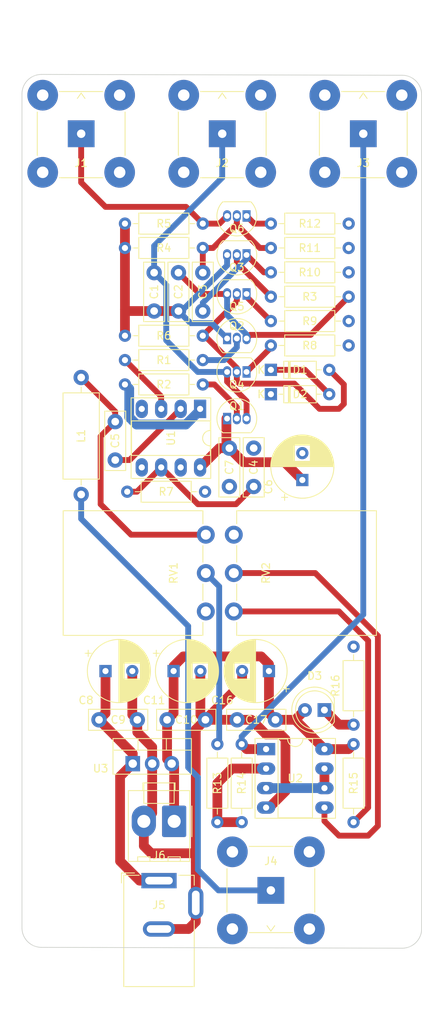
<source format=kicad_pcb>
(kicad_pcb (version 20211014) (generator pcbnew)
  (title_block (title "Enter Title On Page Setting Dialog") (rev "1") (company "Ashton Johnson"))
  (layers (0 "F.Cu" signal) (31 "B.Cu" signal) (35 "F.Paste" user) (37 "F.SilkS" user "F.Silkscreen") (39 "F.Mask" user) (44 "Edge.Cuts" user))
  (net 0 "")
  (net 1 "Y")
  (net 2 "+9V")
  (net 3 "Net-(C2-Pad1)")
  (net 4 "Net-(C3-Pad1)")
  (net 5 "Net-(C3-Pad2)")
  (net 6 "GND")
  (net 7 "Net-(C4-Pad2)")
  (net 8 "Net-(C5-Pad1)")
  (net 9 "COMP_VIDEO_IN")
  (net 10 "Net-(D1-Pad1)")
  (net 11 "Net-(D1-Pad2)")
  (net 12 "X")
  (net 13 "Z")
  (net 14 "Net-(Q1-Pad2)")
  (net 15 "Net-(Q2-Pad2)")
  (net 16 "Net-(Q3-Pad2)")
  (net 17 "Net-(Q4-Pad1)")
  (net 18 "Net-(Q5-Pad1)")
  (net 19 "Net-(Q6-Pad1)")
  (net 20 "Net-(R1-Pad2)")
  (net 21 "Net-(R2-Pad1)")
  (net 22 "Net-(R13-Pad1)")
  (net 23 "Net-(R13-Pad2)")
  (net 24 "Net-(R15-Pad2)")
  (net 25 "Net-(RV2-Pad2)")
  (net 28 "Net-(U2-Pad3)")
  (net 29 "Net-(D3-Pad1)")
  (net 30 "Net-(C5-Pad2)")
  (net 31 "+VDC")
  (footprint "Package_TO_SOT_THT:TO-92_Inline" (layer "F.Cu") (at 127.46 99.365)
    (fp_text reference "Q2" (at 1.27 -1.63) (layer "F.SilkS"))
    (fp_text value "2N3906")
    (pad "1" thru_hole rect (at 0 0) (size 1.05 1.5) (drill 0.75) (layers *.Cu *.Mask) (net 2 "+9V"))
    (pad "2" thru_hole oval (at 1.27 0) (size 1.05 1.5) (drill 0.75) (layers *.Cu *.Mask) (net 15 "Net-(Q2-Pad2)"))
    (pad "3" thru_hole oval (at 2.54 0) (size 1.05 1.5) (drill 0.75) (layers *.Cu *.Mask) (net 3 "Net-(C2-Pad1)"))
  )
  (footprint "Resistor_THT:R_Axial_DIN0207_L6.3mm_D2.5mm_P10.16mm_Horizontal" (layer "F.Cu") (at 114.125 84.4)
    (fp_text reference "R5" (at 5.08 0) (layer "F.SilkS"))
    (fp_text value "2.2k")
    (pad "1" thru_hole circle (at 0 0) (size 1.6 1.6) (drill 0.8) (layers *.Cu *.Mask) (net 2 "+9V"))
    (pad "2" thru_hole oval (at 10.16 0) (size 1.6 1.6) (drill 0.8) (layers *.Cu *.Mask) (net 12 "X"))
  )
  (footprint "Capacitor_THT:CP_Radial_D8.0mm_P3.50mm" (layer "F.Cu") (at 137.2825 117.802651 90)
    (fp_text reference "C6" (at -0.887349 -4.445 90) (layer "F.SilkS"))
    (fp_text value "10u")
    (pad "1" thru_hole rect (at 0 0 90) (size 1.6 1.6) (drill 0.8) (layers *.Cu *.Mask) (net 2 "+9V"))
    (pad "2" thru_hole circle (at 3.5 0 90) (size 1.6 1.6) (drill 0.8) (layers *.Cu *.Mask) (net 6 "GND"))
  )
  (footprint "Diode_THT:D_DO-35_SOD27_P7.62mm_Horizontal" (layer "F.Cu") (at 133.175 103.45)
    (fp_text reference "D1" (at 3.81 0) (layer "F.SilkS"))
    (fp_text value "1N4148")
    (fp_text user "K" (at -1.27 0) (layer "F.SilkS"))
    (pad "1" thru_hole rect (at 0 0) (size 1.6 1.6) (drill 0.8) (layers *.Cu *.Mask) (net 10 "Net-(D1-Pad1)"))
    (pad "2" thru_hole oval (at 7.62 0) (size 1.6 1.6) (drill 0.8) (layers *.Cu *.Mask) (net 11 "Net-(D1-Pad2)"))
  )
  (footprint "Diode_THT:D_DO-35_SOD27_P7.62mm_Horizontal" (layer "F.Cu") (at 133.175 106.625)
    (fp_text reference "D2" (at 3.81 0) (layer "F.SilkS"))
    (fp_text value "1N4148")
    (fp_text user "K" (at -1.27 0) (layer "F.SilkS"))
    (pad "1" thru_hole rect (at 0 0) (size 1.6 1.6) (drill 0.8) (layers *.Cu *.Mask) (net 6 "GND"))
    (pad "2" thru_hole oval (at 7.62 0) (size 1.6 1.6) (drill 0.8) (layers *.Cu *.Mask) (net 10 "Net-(D1-Pad1)"))
  )
  (footprint "Capacitor_THT:C_Disc_D7.5mm_W2.5mm_P5.00mm" (layer "F.Cu") (at 119.627651 149.04)
    (fp_text reference "C10" (at 2.5 0) (layer "F.SilkS"))
    (fp_text value "0.1u")
    (pad "1" thru_hole circle (at 0 0) (size 2 2) (drill 1) (layers *.Cu *.Mask) (net 2 "+9V"))
    (pad "2" thru_hole circle (at 5 0) (size 2 2) (drill 1) (layers *.Cu *.Mask) (net 6 "GND"))
  )
  (footprint "Package_TO_SOT_THT:TO-92_Inline" (layer "F.Cu") (at 130 93.565 180)
    (fp_text reference "Q5" (at 1.27 -1.63) (layer "F.SilkS"))
    (fp_text value "2N3904")
    (pad "1" thru_hole rect (at 0 0 180) (size 1.05 1.5) (drill 0.75) (layers *.Cu *.Mask) (net 18 "Net-(Q5-Pad1)"))
    (pad "2" thru_hole oval (at 1.27 0 180) (size 1.05 1.5) (drill 0.75) (layers *.Cu *.Mask) (net 11 "Net-(D1-Pad2)"))
    (pad "3" thru_hole oval (at 2.54 0 180) (size 1.05 1.5) (drill 0.75) (layers *.Cu *.Mask) (net 3 "Net-(C2-Pad1)"))
  )
  (footprint "Capacitor_THT:CP_Radial_D8.0mm_P3.50mm" (layer "F.Cu") (at 120.475 142.69)
    (fp_text reference "C11" (at -2.54 3.81) (layer "F.SilkS"))
    (fp_text value "10u")
    (pad "1" thru_hole rect (at 0 0) (size 1.6 1.6) (drill 0.8) (layers *.Cu *.Mask) (net 2 "+9V"))
    (pad "2" thru_hole circle (at 3.5 0) (size 1.6 1.6) (drill 0.8) (layers *.Cu *.Mask) (net 6 "GND"))
  )
  (footprint "Package_TO_SOT_THT:TO-92_Inline" (layer "F.Cu") (at 130 83.405 180)
    (fp_text reference "Q6" (at 1.27 -1.63) (layer "F.SilkS"))
    (fp_text value "2N3904")
    (pad "1" thru_hole rect (at 0 0 180) (size 1.05 1.5) (drill 0.75) (layers *.Cu *.Mask) (net 19 "Net-(Q6-Pad1)"))
    (pad "2" thru_hole oval (at 1.27 0 180) (size 1.05 1.5) (drill 0.75) (layers *.Cu *.Mask) (net 5 "Net-(C3-Pad2)"))
    (pad "3" thru_hole oval (at 2.54 0 180) (size 1.05 1.5) (drill 0.75) (layers *.Cu *.Mask) (net 12 "X"))
  )
  (footprint "Resistor_THT:R_Axial_DIN0207_L6.3mm_D2.5mm_P10.16mm_Horizontal" (layer "F.Cu") (at 124.5825 119.325 180)
    (fp_text reference "R7" (at 5.08 0) (layer "F.SilkS"))
    (fp_text value "680k")
    (pad "1" thru_hole circle (at 0 0 180) (size 1.6 1.6) (drill 0.8) (layers *.Cu *.Mask) (net 6 "GND"))
    (pad "2" thru_hole oval (at 10.16 0 180) (size 1.6 1.6) (drill 0.8) (layers *.Cu *.Mask) (net 7 "Net-(C4-Pad2)"))
  )
  (footprint "Package_DIP:DIP-8_W7.62mm_Socket_LongPads" (layer "F.Cu") (at 123.9375 108.54 -90)
    (fp_text reference "U1" (at 3.81 3.8 90) (layer "F.SilkS"))
    (fp_text value "LM1881")
    (pad "1" thru_hole rect (at 0 0 270) (size 2.4 1.6) (drill 0.8) (layers *.Cu *.Mask) (net 21 "Net-(R2-Pad1)"))
    (pad "2" thru_hole oval (at 0 2.54 270) (size 2.4 1.6) (drill 0.8) (layers *.Cu *.Mask) (net 8 "Net-(C5-Pad1)"))
    (pad "3" thru_hole oval (at 0 5.08 270) (size 2.4 1.6) (drill 0.8) (layers *.Cu *.Mask) (net 20 "Net-(R1-Pad2)"))
    (pad "4" thru_hole oval (at 0 7.62 270) (size 2.4 1.6) (drill 0.8) (layers *.Cu *.Mask) (net 6 "GND"))
    (pad "5" thru_hole oval (at 7.62 7.62 270) (size 2.4 1.6) (drill 0.8) (layers *.Cu *.Mask))
    (pad "6" thru_hole oval (at 7.62 5.08 270) (size 2.4 1.6) (drill 0.8) (layers *.Cu *.Mask) (net 7 "Net-(C4-Pad2)"))
    (pad "7" thru_hole oval (at 7.62 2.54 270) (size 2.4 1.6) (drill 0.8) (layers *.Cu *.Mask))
    (pad "8" thru_hole oval (at 7.62 0 270) (size 2.4 1.6) (drill 0.8) (layers *.Cu *.Mask) (net 2 "+9V"))
  )
  (footprint "Capacitor_THT:C_Disc_D7.5mm_W2.5mm_P5.00mm" (layer "F.Cu") (at 121.11 90.79 -90)
    (fp_text reference "C2" (at 2.5 0 90) (layer "F.SilkS"))
    (fp_text value "22n")
    (pad "1" thru_hole circle (at 0 0 270) (size 2 2) (drill 1) (layers *.Cu *.Mask) (net 3 "Net-(C2-Pad1)"))
    (pad "2" thru_hole circle (at 5 0 270) (size 2 2) (drill 1) (layers *.Cu *.Mask) (net 2 "+9V"))
  )
  (footprint "Capacitor_THT:C_Disc_D7.5mm_W2.5mm_P5.00mm" (layer "F.Cu") (at 112.855 115.2 90)
    (fp_text reference "C5" (at 2.5 0 90) (layer "F.SilkS"))
    (fp_text value "10n")
    (pad "1" thru_hole circle (at 0 0 90) (size 2 2) (drill 1) (layers *.Cu *.Mask) (net 8 "Net-(C5-Pad1)"))
    (pad "2" thru_hole circle (at 5 0 90) (size 2 2) (drill 1) (layers *.Cu *.Mask) (net 30 "Net-(C5-Pad2)"))
  )
  (footprint "Potentiometer_THT:Potentiometer_Piher_PC-16_Single_Vertical" (layer "F.Cu") (at 128.335 134.925)
    (fp_text reference "RV2" (at 4.205 -5 90) (layer "F.SilkS"))
    (fp_text value "10k")
    (pad "1" thru_hole circle (at 0 0) (size 2.34 2.34) (drill 1.3) (layers *.Cu *.Mask) (net 24 "Net-(R15-Pad2)"))
    (pad "2" thru_hole circle (at 0 -5) (size 2.34 2.34) (drill 1.3) (layers *.Cu *.Mask) (net 25 "Net-(RV2-Pad2)"))
    (pad "3" thru_hole circle (at 0 -10) (size 2.34 2.34) (drill 1.3) (layers *.Cu *.Mask) (net 6 "GND"))
  )
  (footprint "Connector_Coaxial:BNC_TEConnectivity_1478035_Horizontal" (layer "F.Cu") (at 108.41 72.695)
    (fp_text reference "J1" (at 0 3.81) (layer "F.SilkS"))
    (fp_text value "Conn_Coaxial_Power")
    (pad "1" thru_hole rect (at 0 0) (size 3.5 3.5) (drill 1.1) (layers *.Cu *.Mask) (net 12 "X"))
    (pad "2" thru_hole circle (at 5.025 5.025) (size 4 4) (drill 1.5) (layers *.Cu *.Mask) (net 6 "GND"))
    (pad "2" thru_hole circle (at 5.025 -5.025) (size 4 4) (drill 1.5) (layers *.Cu *.Mask) (net 6 "GND"))
    (pad "2" thru_hole circle (at -5.025 5.025) (size 4 4) (drill 1.5) (layers *.Cu *.Mask) (net 6 "GND"))
    (pad "2" thru_hole circle (at -5.025 -5.025) (size 4 4) (drill 1.5) (layers *.Cu *.Mask) (net 6 "GND"))
  )
  (footprint "Resistor_THT:R_Axial_DIN0207_L6.3mm_D2.5mm_P10.16mm_Horizontal" (layer "F.Cu") (at 114.125 105.355)
    (fp_text reference "R2" (at 5.08 0) (layer "F.SilkS"))
    (fp_text value "6.8k")
    (pad "1" thru_hole circle (at 0 0) (size 1.6 1.6) (drill 0.8) (layers *.Cu *.Mask) (net 21 "Net-(R2-Pad1)"))
    (pad "2" thru_hole oval (at 10.16 0) (size 1.6 1.6) (drill 0.8) (layers *.Cu *.Mask) (net 14 "Net-(Q1-Pad2)"))
  )
  (footprint "Resistor_THT:R_Axial_DIN0207_L6.3mm_D2.5mm_P10.16mm_Horizontal" (layer "F.Cu") (at 126.19 152.215 -90)
    (fp_text reference "R13" (at 5.08 0 90) (layer "F.SilkS"))
    (fp_text value "2.2k")
    (pad "1" thru_hole circle (at 0 0 270) (size 1.6 1.6) (drill 0.8) (layers *.Cu *.Mask) (net 22 "Net-(R13-Pad1)"))
    (pad "2" thru_hole oval (at 10.16 0 270) (size 1.6 1.6) (drill 0.8) (layers *.Cu *.Mask) (net 23 "Net-(R13-Pad2)"))
  )
  (footprint "Resistor_THT:R_Axial_DIN0207_L6.3mm_D2.5mm_P10.16mm_Horizontal" (layer "F.Cu") (at 133.175 84.4)
    (fp_text reference "R12" (at 5.08 0) (layer "F.SilkS"))
    (fp_text value "2.2k")
    (pad "1" thru_hole circle (at 0 0) (size 1.6 1.6) (drill 0.8) (layers *.Cu *.Mask) (net 19 "Net-(Q6-Pad1)"))
    (pad "2" thru_hole oval (at 10.16 0) (size 1.6 1.6) (drill 0.8) (layers *.Cu *.Mask) (net 6 "GND"))
  )
  (footprint "Resistor_THT:R_Axial_DIN0207_L6.3mm_D2.5mm_P10.16mm_Horizontal" (layer "F.Cu") (at 133.175 97.1)
    (fp_text reference "R9" (at 5.08 0) (layer "F.SilkS"))
    (fp_text value "680")
    (pad "1" thru_hole circle (at 0 0) (size 1.6 1.6) (drill 0.8) (layers *.Cu *.Mask) (net 18 "Net-(Q5-Pad1)"))
    (pad "2" thru_hole oval (at 10.16 0) (size 1.6 1.6) (drill 0.8) (layers *.Cu *.Mask) (net 6 "GND"))
  )
  (footprint "Capacitor_THT:C_Disc_D7.5mm_W2.5mm_P5.00mm" (layer "F.Cu") (at 124.285 95.79 90)
    (fp_text reference "C3" (at 2.5 0 90) (layer "F.SilkS"))
    (fp_text value "0.1u")
    (pad "1" thru_hole circle (at 0 0 90) (size 2 2) (drill 1) (layers *.Cu *.Mask) (net 4 "Net-(C3-Pad1)"))
    (pad "2" thru_hole circle (at 5 0 90) (size 2 2) (drill 1) (layers *.Cu *.Mask) (net 5 "Net-(C3-Pad2)"))
  )
  (footprint "Potentiometer_THT:Potentiometer_Piher_PC-16_Single_Vertical" (layer "F.Cu") (at 124.68 124.925 180)
    (fp_text reference "RV1" (at 4.205 -5 90) (layer "F.SilkS"))
    (fp_text value "1k")
    (pad "1" thru_hole circle (at 0 0 180) (size 2.34 2.34) (drill 1.3) (layers *.Cu *.Mask) (net 30 "Net-(C5-Pad2)"))
    (pad "2" thru_hole circle (at 0 -5 180) (size 2.34 2.34) (drill 1.3) (layers *.Cu *.Mask) (net 22 "Net-(R13-Pad1)"))
    (pad "3" thru_hole circle (at 0 -10 180) (size 2.34 2.34) (drill 1.3) (layers *.Cu *.Mask) (net 6 "GND"))
  )
  (footprint "Capacitor_THT:C_Disc_D7.5mm_W2.5mm_P5.00mm" (layer "F.Cu") (at 130.9325 113.65 -90)
    (fp_text reference "C4" (at 2.5 0 90) (layer "F.SilkS"))
    (fp_text value "0.1u")
    (pad "1" thru_hole circle (at 0 0 270) (size 2 2) (drill 1) (layers *.Cu *.Mask) (net 6 "GND"))
    (pad "2" thru_hole circle (at 5 0 270) (size 2 2) (drill 1) (layers *.Cu *.Mask) (net 7 "Net-(C4-Pad2)"))
  )
  (footprint "Resistor_THT:R_Axial_DIN0207_L6.3mm_D2.5mm_P10.16mm_Horizontal" (layer "F.Cu") (at 114.125 99.005)
    (fp_text reference "R6" (at 5.08 0) (layer "F.SilkS"))
    (fp_text value "3.3k")
    (pad "1" thru_hole circle (at 0 0) (size 1.6 1.6) (drill 0.8) (layers *.Cu *.Mask) (net 2 "+9V"))
    (pad "2" thru_hole oval (at 10.16 0) (size 1.6 1.6) (drill 0.8) (layers *.Cu *.Mask) (net 11 "Net-(D1-Pad2)"))
  )
  (footprint "Capacitor_THT:C_Disc_D7.5mm_W2.5mm_P5.00mm" (layer "F.Cu") (at 127.7575 113.65 -90)
    (fp_text reference "C7" (at 2.5 0 90) (layer "F.SilkS"))
    (fp_text value "0.1u")
    (pad "1" thru_hole circle (at 0 0 270) (size 2 2) (drill 1) (layers *.Cu *.Mask) (net 2 "+9V"))
    (pad "2" thru_hole circle (at 5 0 270) (size 2 2) (drill 1) (layers *.Cu *.Mask) (net 6 "GND"))
  )
  (footprint "Connector_Coaxial:BNC_TEConnectivity_1478035_Horizontal" (layer "F.Cu") (at 133.175 171.265 180)
    (fp_text reference "J4" (at 0 3.81) (layer "F.SilkS"))
    (fp_text value "Conn_Coaxial_Power")
    (pad "1" thru_hole rect (at 0 0 180) (size 3.5 3.5) (drill 1.1) (layers *.Cu *.Mask) (net 9 "COMP_VIDEO_IN"))
    (pad "2" thru_hole circle (at 5.025 -5.025 180) (size 4 4) (drill 1.5) (layers *.Cu *.Mask) (net 6 "GND"))
    (pad "2" thru_hole circle (at 5.025 5.025 180) (size 4 4) (drill 1.5) (layers *.Cu *.Mask) (net 6 "GND"))
    (pad "2" thru_hole circle (at -5.025 5.025 180) (size 4 4) (drill 1.5) (layers *.Cu *.Mask) (net 6 "GND"))
    (pad "2" thru_hole circle (at -5.025 -5.025 180) (size 4 4) (drill 1.5) (layers *.Cu *.Mask) (net 6 "GND"))
  )
  (footprint "Package_TO_SOT_THT:TO-92_Inline" (layer "F.Cu") (at 127.46 109.8)
    (fp_text reference "Q1" (at 1.27 -1.63) (layer "F.SilkS"))
    (fp_text value "2N3906")
    (pad "1" thru_hole rect (at 0 0) (size 1.05 1.5) (drill 0.75) (layers *.Cu *.Mask) (net 2 "+9V"))
    (pad "2" thru_hole oval (at 1.27 0) (size 1.05 1.5) (drill 0.75) (layers *.Cu *.Mask) (net 14 "Net-(Q1-Pad2)"))
    (pad "3" thru_hole oval (at 2.54 0) (size 1.05 1.5) (drill 0.75) (layers *.Cu *.Mask) (net 1 "Y"))
  )
  (footprint "Resistor_THT:R_Axial_DIN0207_L6.3mm_D2.5mm_P10.16mm_Horizontal" (layer "F.Cu") (at 133.175 90.75)
    (fp_text reference "R10" (at 5.08 0) (layer "F.SilkS"))
    (fp_text value "3.3k")
    (pad "1" thru_hole circle (at 0 0) (size 1.6 1.6) (drill 0.8) (layers *.Cu *.Mask) (net 4 "Net-(C3-Pad1)"))
    (pad "2" thru_hole oval (at 10.16 0) (size 1.6 1.6) (drill 0.8) (layers *.Cu *.Mask) (net 6 "GND"))
  )
  (footprint "Connector_Coaxial:BNC_TEConnectivity_1478035_Horizontal" (layer "F.Cu") (at 145.24 72.695)
    (fp_text reference "J3" (at 0 3.81) (layer "F.SilkS"))
    (fp_text value "Conn_Coaxial_Power")
    (pad "1" thru_hole rect (at 0 0) (size 3.5 3.5) (drill 1.1) (layers *.Cu *.Mask) (net 13 "Z"))
    (pad "2" thru_hole circle (at 5.025 5.025) (size 4 4) (drill 1.5) (layers *.Cu *.Mask) (net 6 "GND"))
    (pad "2" thru_hole circle (at 5.025 -5.025) (size 4 4) (drill 1.5) (layers *.Cu *.Mask) (net 6 "GND"))
    (pad "2" thru_hole circle (at -5.025 5.025) (size 4 4) (drill 1.5) (layers *.Cu *.Mask) (net 6 "GND"))
    (pad "2" thru_hole circle (at -5.025 -5.025) (size 4 4) (drill 1.5) (layers *.Cu *.Mask) (net 6 "GND"))
  )
  (footprint "Connector_Coaxial:BNC_TEConnectivity_1478035_Horizontal" (layer "F.Cu") (at 126.825 72.695)
    (fp_text reference "J2" (at 0 3.81) (layer "F.SilkS"))
    (fp_text value "Conn_Coaxial_Power")
    (pad "1" thru_hole rect (at 0 0) (size 3.5 3.5) (drill 1.1) (layers *.Cu *.Mask) (net 1 "Y"))
    (pad "2" thru_hole circle (at -5.025 5.025) (size 4 4) (drill 1.5) (layers *.Cu *.Mask) (net 6 "GND"))
    (pad "2" thru_hole circle (at 5.025 5.025) (size 4 4) (drill 1.5) (layers *.Cu *.Mask) (net 6 "GND"))
    (pad "2" thru_hole circle (at -5.025 -5.025) (size 4 4) (drill 1.5) (layers *.Cu *.Mask) (net 6 "GND"))
    (pad "2" thru_hole circle (at 5.025 -5.025) (size 4 4) (drill 1.5) (layers *.Cu *.Mask) (net 6 "GND"))
  )
  (footprint "Resistor_THT:R_Axial_DIN0207_L6.3mm_D2.5mm_P10.16mm_Horizontal" (layer "F.Cu") (at 133.175 87.575)
    (fp_text reference "R11" (at 5.08 0) (layer "F.SilkS"))
    (fp_text value "3.3k")
    (pad "1" thru_hole circle (at 0 0) (size 1.6 1.6) (drill 0.8) (layers *.Cu *.Mask) (net 5 "Net-(C3-Pad2)"))
    (pad "2" thru_hole oval (at 10.16 0) (size 1.6 1.6) (drill 0.8) (layers *.Cu *.Mask) (net 6 "GND"))
  )
  (footprint "Capacitor_THT:C_Disc_D7.5mm_W2.5mm_P5.00mm" (layer "F.Cu") (at 117.935 90.79 -90)
    (fp_text reference "C1" (at 2.5 0 90) (layer "F.SilkS"))
    (fp_text value "100n")
    (pad "1" thru_hole circle (at 0 0 270) (size 2 2) (drill 1) (layers *.Cu *.Mask) (net 1 "Y"))
    (pad "2" thru_hole circle (at 5 0 270) (size 2 2) (drill 1) (layers *.Cu *.Mask) (net 2 "+9V"))
  )
  (footprint "Connector_BarrelJack:BarrelJack_GCT_DCJ200-10-A_Horizontal" (layer "F.Cu") (at 118.57 169.995)
    (fp_text reference "J5" (at 0 3.175) (layer "F.SilkS"))
    (fp_text value "Barrel_Jack_Switch")
    (pad "1" thru_hole rect (at 0 0) (size 4.6 2) (drill oval 3.6 1) (layers *.Cu *.Mask) (net 31 "+VDC"))
    (pad "2" thru_hole oval (at 0 6.3) (size 4.2 2) (drill oval 3.2 1) (layers *.Cu *.Mask) (net 6 "GND"))
    (pad "3" thru_hole oval (at 4.8 2.9) (size 2 4.2) (drill oval 1 3.2) (layers *.Cu *.Mask) (net 6 "GND"))
  )
  (footprint "Capacitor_THT:C_Disc_D7.5mm_W2.5mm_P5.00mm" (layer "F.Cu") (at 110.737651 149.04)
    (fp_text reference "C9" (at 2.5 0) (layer "F.SilkS"))
    (fp_text value "0.33u")
    (pad "1" thru_hole circle (at 0 0) (size 2 2) (drill 1) (layers *.Cu *.Mask) (net 31 "+VDC"))
    (pad "2" thru_hole circle (at 5 0) (size 2 2) (drill 1) (layers *.Cu *.Mask) (net 6 "GND"))
  )
  (footprint "Resistor_THT:R_Axial_DIN0207_L6.3mm_D2.5mm_P10.16mm_Horizontal" (layer "F.Cu") (at 143.97 149.675 90)
    (fp_text reference "R16" (at 5.08 -2.37 90) (layer "F.SilkS"))
    (fp_text value "2.4k")
    (pad "1" thru_hole circle (at 0 0 90) (size 1.6 1.6) (drill 0.8) (layers *.Cu *.Mask) (net 29 "Net-(D3-Pad1)"))
    (pad "2" thru_hole oval (at 10.16 0 90) (size 1.6 1.6) (drill 0.8) (layers *.Cu *.Mask) (net 6 "GND"))
  )
  (footprint "Package_TO_SOT_THT:TO-92_Inline" (layer "F.Cu") (at 130 103.725 180)
    (fp_text reference "Q4" (at 1.27 -1.63) (layer "F.SilkS"))
    (fp_text value "2N3904")
    (pad "1" thru_hole rect (at 0 0 180) (size 1.05 1.5) (drill 0.75) (layers *.Cu *.Mask) (net 17 "Net-(Q4-Pad1)"))
    (pad "2" thru_hole oval (at 1.27 0 180) (size 1.05 1.5) (drill 0.75) (layers *.Cu *.Mask) (net 11 "Net-(D1-Pad2)"))
    (pad "3" thru_hole oval (at 2.54 0 180) (size 1.05 1.5) (drill 0.75) (layers *.Cu *.Mask) (net 1 "Y"))
  )
  (footprint "Package_TO_SOT_THT:TO-92_Inline" (layer "F.Cu") (at 130 88.485 180)
    (fp_text reference "Q3" (at 1.27 -1.63) (layer "F.SilkS"))
    (fp_text value "2N3904")
    (pad "1" thru_hole rect (at 0 0 180) (size 1.05 1.5) (drill 0.75) (layers *.Cu *.Mask) (net 4 "Net-(C3-Pad1)"))
    (pad "2" thru_hole oval (at 1.27 0 180) (size 1.05 1.5) (drill 0.75) (layers *.Cu *.Mask) (net 16 "Net-(Q3-Pad2)"))
    (pad "3" thru_hole oval (at 2.54 0 180) (size 1.05 1.5) (drill 0.75) (layers *.Cu *.Mask) (net 2 "+9V"))
  )
  (footprint "Resistor_THT:R_Axial_DIN0207_L6.3mm_D2.5mm_P10.16mm_Horizontal" (layer "F.Cu") (at 143.97 152.215 -90)
    (fp_text reference "R15" (at 5.08 0 90) (layer "F.SilkS"))
    (fp_text value "68k")
    (pad "1" thru_hole circle (at 0 0 270) (size 1.6 1.6) (drill 0.8) (layers *.Cu *.Mask) (net 2 "+9V"))
    (pad "2" thru_hole oval (at 10.16 0 270) (size 1.6 1.6) (drill 0.8) (layers *.Cu *.Mask) (net 24 "Net-(R15-Pad2)"))
  )
  (footprint "Resistor_THT:R_Axial_DIN0207_L6.3mm_D2.5mm_P10.16mm_Horizontal" (layer "F.Cu") (at 133.175 100.275)
    (fp_text reference "R8" (at 5.08 0) (layer "F.SilkS"))
    (fp_text value "68k")
    (pad "1" thru_hole circle (at 0 0) (size 1.6 1.6) (drill 0.8) (layers *.Cu *.Mask) (net 17 "Net-(Q4-Pad1)"))
    (pad "2" thru_hole oval (at 10.16 0) (size 1.6 1.6) (drill 0.8) (layers *.Cu *.Mask) (net 6 "GND"))
  )
  (footprint "Capacitor_THT:CP_Radial_D8.0mm_P3.50mm" (layer "F.Cu") (at 111.585 142.69)
    (fp_text reference "C8" (at -2.54 3.81) (layer "F.SilkS"))
    (fp_text value "10u")
    (pad "1" thru_hole rect (at 0 0) (size 1.6 1.6) (drill 0.8) (layers *.Cu *.Mask) (net 31 "+VDC"))
    (pad "2" thru_hole circle (at 3.5 0) (size 1.6 1.6) (drill 0.8) (layers *.Cu *.Mask) (net 6 "GND"))
  )
  (footprint "Capacitor_THT:C_Disc_D7.5mm_W2.5mm_P5.00mm" (layer "F.Cu") (at 133.77 149.04 180)
    (fp_text reference "C17" (at 2.5 0) (layer "F.SilkS"))
    (fp_text value "0.1u")
    (pad "1" thru_hole circle (at 0 0 180) (size 2 2) (drill 1) (layers *.Cu *.Mask) (net 2 "+9V"))
    (pad "2" thru_hole circle (at 5 0 180) (size 2 2) (drill 1) (layers *.Cu *.Mask) (net 6 "GND"))
  )
  (footprint "Inductor_THT:L_Axial_L11.0mm_D4.5mm_P15.24mm_Horizontal_Fastron_MECC" (layer "F.Cu") (at 108.41 119.69 90)
    (fp_text reference "L1" (at 7.62 0 90) (layer "F.SilkS"))
    (fp_text value "22u")
    (pad "1" thru_hole circle (at 0 0 90) (size 2 2) (drill 1) (layers *.Cu *.Mask) (net 9 "COMP_VIDEO_IN"))
    (pad "2" thru_hole oval (at 15.24 0 90) (size 2 2) (drill 1) (layers *.Cu *.Mask) (net 30 "Net-(C5-Pad2)"))
  )
  (footprint "Resistor_THT:R_Axial_DIN0207_L6.3mm_D2.5mm_P10.16mm_Horizontal" (layer "F.Cu") (at 129.365 162.375 90)
    (fp_text reference "R14" (at 5.08 0 90) (layer "F.SilkS"))
    (fp_text value "4.7k")
    (pad "1" thru_hole circle (at 0 0 90) (size 1.6 1.6) (drill 0.8) (layers *.Cu *.Mask) (net 23 "Net-(R13-Pad2)"))
    (pad "2" thru_hole oval (at 10.16 0 90) (size 1.6 1.6) (drill 0.8) (layers *.Cu *.Mask) (net 13 "Z"))
  )
  (footprint "Capacitor_THT:CP_Radial_D8.0mm_P3.50mm" (layer "F.Cu") (at 132.922651 142.69 180)
    (fp_text reference "C16" (at 6.097651 -3.81) (layer "F.SilkS"))
    (fp_text value "10u")
    (pad "1" thru_hole rect (at 0 0 180) (size 1.6 1.6) (drill 0.8) (layers *.Cu *.Mask) (net 2 "+9V"))
    (pad "2" thru_hole circle (at 3.5 0 180) (size 1.6 1.6) (drill 0.8) (layers *.Cu *.Mask) (net 6 "GND"))
  )
  (footprint "Connector_Molex:Molex_KK-396_A-41791-0002_1x02_P3.96mm_Vertical" (layer "F.Cu") (at 120.55 162.27 180)
    (fp_text reference "J6" (at 1.98 -4.445) (layer "F.SilkS"))
    (fp_text value "Molex 3.96mm")
    (pad "1" thru_hole roundrect (at 0 0 180) (size 3.16 4.1) (drill 1.7) (layers *.Cu *.Mask) (roundrect_rratio 0.079114) (net 2 "+9V"))
    (pad "2" thru_hole oval (at 3.96 0 180) (size 3.16 4.1) (drill 1.7) (layers *.Cu *.Mask) (net 6 "GND"))
  )
  (footprint "Package_TO_SOT_THT:TO-220-3_Vertical" (layer "F.Cu") (at 115.142651 154.755)
    (fp_text reference "U3" (at -4.192651 0.635) (layer "F.SilkS"))
    (fp_text value "LM7809_TO220")
    (pad "1" thru_hole rect (at 0 0) (size 1.905 2) (drill 1.1) (layers *.Cu *.Mask) (net 31 "+VDC"))
    (pad "2" thru_hole oval (at 2.54 0) (size 1.905 2) (drill 1.1) (layers *.Cu *.Mask) (net 6 "GND"))
    (pad "3" thru_hole oval (at 5.08 0) (size 1.905 2) (drill 1.1) (layers *.Cu *.Mask) (net 2 "+9V"))
  )
  (footprint "Package_DIP:DIP-8_W7.62mm_Socket_LongPads" (layer "F.Cu") (at 132.55 152.86)
    (fp_text reference "U2" (at 3.81 3.8) (layer "F.SilkS"))
    (fp_text value "AD8032")
    (pad "1" thru_hole rect (at 0 0) (size 2.4 1.6) (drill 0.8) (layers *.Cu *.Mask) (net 13 "Z"))
    (pad "2" thru_hole oval (at 0 2.54) (size 2.4 1.6) (drill 0.8) (layers *.Cu *.Mask) (net 23 "Net-(R13-Pad2)"))
    (pad "3" thru_hole oval (at 0 5.08) (size 2.4 1.6) (drill 0.8) (layers *.Cu *.Mask) (net 28 "Net-(U2-Pad3)"))
    (pad "4" thru_hole oval (at 0 7.62) (size 2.4 1.6) (drill 0.8) (layers *.Cu *.Mask) (net 6 "GND"))
    (pad "5" thru_hole oval (at 7.62 7.62) (size 2.4 1.6) (drill 0.8) (layers *.Cu *.Mask) (net 25 "Net-(RV2-Pad2)"))
    (pad "6" thru_hole oval (at 7.62 5.08) (size 2.4 1.6) (drill 0.8) (layers *.Cu *.Mask) (net 28 "Net-(U2-Pad3)"))
    (pad "7" thru_hole oval (at 7.62 2.54) (size 2.4 1.6) (drill 0.8) (layers *.Cu *.Mask) (net 28 "Net-(U2-Pad3)"))
    (pad "8" thru_hole oval (at 7.62 0) (size 2.4 1.6) (drill 0.8) (layers *.Cu *.Mask) (net 2 "+9V"))
  )
  (footprint "Resistor_THT:R_Axial_DIN0207_L6.3mm_D2.5mm_P10.16mm_Horizontal" (layer "F.Cu") (at 124.285 102.18 180)
    (fp_text reference "R1" (at 5.08 0) (layer "F.SilkS"))
    (fp_text value "6.8k")
    (pad "1" thru_hole circle (at 0 0 180) (size 1.6 1.6) (drill 0.8) (layers *.Cu *.Mask) (net 15 "Net-(Q2-Pad2)"))
    (pad "2" thru_hole oval (at 10.16 0 180) (size 1.6 1.6) (drill 0.8) (layers *.Cu *.Mask) (net 20 "Net-(R1-Pad2)"))
  )
  (footprint "Resistor_THT:R_Axial_DIN0207_L6.3mm_D2.5mm_P10.16mm_Horizontal" (layer "F.Cu") (at 114.125 87.575)
    (fp_text reference "R4" (at 5.08 0) (layer "F.SilkS"))
    (fp_text value "5.6k")
    (pad "1" thru_hole circle (at 0 0) (size 1.6 1.6) (drill 0.8) (layers *.Cu *.Mask) (net 2 "+9V"))
    (pad "2" thru_hole oval (at 10.16 0) (size 1.6 1.6) (drill 0.8) (layers *.Cu *.Mask) (net 5 "Net-(C3-Pad2)"))
  )
  (footprint "LED_THT:LED_D5.0mm" (layer "F.Cu") (at 140.165 147.77 180)
    (fp_text reference "D3" (at 1.275 4.445) (layer "F.SilkS"))
    (fp_text value "Indicator")
    (pad "1" thru_hole rect (at 0 0 180) (size 1.8 1.8) (drill 0.9) (layers *.Cu *.Mask) (net 29 "Net-(D3-Pad1)"))
    (pad "2" thru_hole circle (at 2.54 0 180) (size 1.8 1.8) (drill 0.9) (layers *.Cu *.Mask) (net 2 "+9V"))
  )
  (footprint "Resistor_THT:R_Axial_DIN0207_L6.3mm_D2.5mm_P10.16mm_Horizontal" (layer "F.Cu") (at 133.175 93.925)
    (fp_text reference "R3" (at 5.08 0) (layer "F.SilkS"))
    (fp_text value "180")
    (pad "1" thru_hole circle (at 0 0) (size 1.6 1.6) (drill 0.8) (layers *.Cu *.Mask) (net 16 "Net-(Q3-Pad2)"))
    (pad "2" thru_hole oval (at 10.16 0) (size 1.6 1.6) (drill 0.8) (layers *.Cu *.Mask) (net 3 "Net-(C2-Pad1)"))
  )
  (gr_arc (start 150.32 65.075) (mid 152.116051 65.818949) (end 152.86 67.615) (layer "Edge.Cuts") (width 0.1))
  (gr_line (start 152.859999 176.254474) (end 152.86 67.615) (layer "Edge.Cuts") (width 0.1))
  (gr_arc (start 100.681051 67.506051) (mid 101.425 65.71) (end 103.221051 64.966051) (layer "Edge.Cuts") (width 0.1))
  (gr_line (start 150.319999 178.794474) (end 103.22105 178.685525) (layer "Edge.Cuts") (width 0.1))
  (gr_arc (start 152.859999 176.254474) (mid 152.11605 178.050525) (end 150.319999 178.794474) (layer "Edge.Cuts") (width 0.1))
  (gr_arc (start 103.22105 178.685525) (mid 101.424974 177.941587) (end 100.68105 176.145525) (layer "Edge.Cuts") (width 0.1))
  (gr_line (start 103.221051 64.966051) (end 150.32 65.075) (layer "Edge.Cuts") (width 0.1))
  (gr_line (start 100.681051 67.506051) (end 100.68105 176.145525) (layer "Edge.Cuts") (width 0.1))
  (segment (start 130 109.8) (end 130 107.520816) (width 0.762) (layer "F.Cu") (net 1))
  (segment (start 130 107.520816) (end 127.46 104.980816) (width 0.762) (layer "F.Cu") (net 1))
  (segment (start 127.46 104.980816) (end 127.46 103.725) (width 0.762) (layer "F.Cu") (net 1))
  (segment (start 123.634819 103.725) (end 119.515511 99.605692) (width 0.762) (layer "B.Cu") (net 1))
  (segment (start 119.515511 92.370511) (end 117.935 90.79) (width 0.762) (layer "B.Cu") (net 1))
  (segment (start 119.515511 99.605692) (end 119.515511 92.370511) (width 0.762) (layer "B.Cu") (net 1))
  (segment (start 126.825 72.695) (end 126.825 78.41) (width 0.762) (layer "B.Cu") (net 1))
  (segment (start 127.46 103.725) (end 123.634819 103.725) (width 0.762) (layer "B.Cu") (net 1))
  (segment (start 117.935 87.3) (end 117.935 90.79) (width 0.762) (layer "B.Cu") (net 1))
  (segment (start 126.825 78.41) (end 117.935 87.3) (width 0.762) (layer "B.Cu") (net 1))
  (segment (start 114.36 95.79) (end 114.125 95.555) (width 1.27) (layer "F.Cu") (net 2))
  (segment (start 127.37048 113.26298) (end 127.37048 109.8) (width 1.27) (layer "F.Cu") (net 2))
  (segment (start 136.35 149.04) (end 136.355 149.04) (width 1.27) (layer "F.Cu") (net 2))
  (segment (start 120.475 142.69) (end 120.475 148.192651) (width 1.27) (layer "F.Cu") (net 2))
  (segment (start 140.17 152.86) (end 143.325 152.86) (width 1.27) (layer "F.Cu") (net 2))
  (segment (start 120.475 148.192651) (end 119.627651 149.04) (width 1.27) (layer "F.Cu") (net 2))
  (segment (start 132.922651 141.802651) (end 132.922651 142.69) (width 1.27) (layer "F.Cu") (net 2))
  (segment (start 114.125 95.555) (end 114.125 99.005) (width 1.27) (layer "F.Cu") (net 2))
  (segment (start 121.745 140.785) (end 131.905 140.785) (width 1.27) (layer "F.Cu") (net 2))
  (segment (start 120.55 162.27) (end 120.55 155.082349) (width 1.27) (layer "F.Cu") (net 2))
  (segment (start 126.4475 113.65) (end 123.9375 116.16) (width 1.27) (layer "F.Cu") (net 2))
  (segment (start 129.592011 115.484511) (end 134.96436 115.484511) (width 1.27) (layer "F.Cu") (net 2))
  (segment (start 143.325 152.86) (end 143.97 152.215) (width 1.27) (layer "F.Cu") (net 2))
  (segment (start 120.475 142.055) (end 121.745 140.785) (width 1.27) (layer "F.Cu") (net 2))
  (segment (start 133.77 149.04) (end 136.35 149.04) (width 1.27) (layer "F.Cu") (net 2))
  (segment (start 127.7575 113.65) (end 126.4475 113.65) (width 1.27) (layer "F.Cu") (net 2))
  (segment (start 136.35 149.04) (end 140.17 152.86) (width 1.27) (layer "F.Cu") (net 2))
  (segment (start 127.7575 113.65) (end 127.37048 113.26298) (width 1.27) (layer "F.Cu") (net 2))
  (segment (start 119.627651 149.04) (end 119.627651 154.16) (width 1.27) (layer "F.Cu") (net 2))
  (segment (start 127.7575 113.65) (end 129.592011 115.484511) (width 1.27) (layer "F.Cu") (net 2))
  (segment (start 131.905 140.785) (end 132.922651 141.802651) (width 1.27) (layer "F.Cu") (net 2))
  (segment (start 117.935 95.79) (end 114.36 95.79) (width 1.27) (layer "F.Cu") (net 2))
  (segment (start 132.922651 148.192651) (end 133.77 149.04) (width 1.27) (layer "F.Cu") (net 2))
  (segment (start 136.355 149.04) (end 137.625 147.77) (width 1.27) (layer "F.Cu") (net 2))
  (segment (start 134.96436 115.484511) (end 137.2825 117.802651) (width 1.27) (layer "F.Cu") (net 2))
  (segment (start 120.55 155.082349) (end 120.222651 154.755) (width 1.27) (layer "F.Cu") (net 2))
  (segment (start 132.922651 142.69) (end 132.922651 148.192651) (width 1.27) (layer "F.Cu") (net 2))
  (segment (start 119.627651 154.16) (end 120.222651 154.755) (width 1.27) (layer "F.Cu") (net 2))
  (segment (start 120.475 142.69) (end 120.475 142.055) (width 1.27) (layer "F.Cu") (net 2))
  (segment (start 114.125 84.4) (end 114.125 87.575) (width 1.27) (layer "F.Cu") (net 2))
  (segment (start 114.125 87.575) (end 114.125 95.555) (width 1.27) (layer "F.Cu") (net 2))
  (segment (start 121.11 95.79) (end 117.935 95.79) (width 1.27) (layer "F.Cu") (net 2))
  (segment (start 127.46 89.850181) (end 121.520181 95.79) (width 0.762) (layer "B.Cu") (net 2))
  (segment (start 127.46 88.485) (end 127.46 89.850181) (width 0.762) (layer "B.Cu") (net 2))
  (segment (start 122.690511 97.370511) (end 121.11 95.79) (width 0.762) (layer "B.Cu") (net 2))
  (segment (start 125.465511 97.370511) (end 122.690511 97.370511) (width 0.762) (layer "B.Cu") (net 2))
  (segment (start 121.520181 95.79) (end 121.11 95.79) (width 0.762) (layer "B.Cu") (net 2))
  (segment (start 127.46 99.365) (end 125.465511 97.370511) (width 0.762) (layer "B.Cu") (net 2))
  (segment (start 130 99.365) (end 130.470511 98.894489) (width 0.762) (layer "F.Cu") (net 3))
  (segment (start 123.885 93.565) (end 121.11 90.79) (width 0.762) (layer "F.Cu") (net 3))
  (segment (start 138.365511 98.894489) (end 143.335 93.925) (width 0.762) (layer "F.Cu") (net 3))
  (segment (start 130.470511 98.894489) (end 138.365511 98.894489) (width 0.762) (layer "F.Cu") (net 3))
  (segment (start 127.46 93.565) (end 123.885 93.565) (width 0.762) (layer "F.Cu") (net 3))
  (segment (start 127.46 93.565) (end 127.46 96.306559) (width 0.762) (layer "B.Cu") (net 3))
  (segment (start 127.46 96.306559) (end 130 98.846559) (width 0.762) (layer "B.Cu") (net 3))
  (segment (start 130 98.846559) (end 130 99.365) (width 0.762) (layer "B.Cu") (net 3))
  (segment (start 133.175 90.75) (end 132.265 90.75) (width 0.762) (layer "F.Cu") (net 4))
  (segment (start 132.265 90.75) (end 130 88.485) (width 0.762) (layer "F.Cu") (net 4))
  (segment (start 124.285 94.718441) (end 124.285 95.79) (width 0.762) (layer "B.Cu") (net 4))
  (segment (start 130 88.485) (end 130 89.003441) (width 0.762) (layer "B.Cu") (net 4))
  (segment (start 130 89.003441) (end 124.285 94.718441) (width 0.762) (layer "B.Cu") (net 4))
  (segment (start 128.73 84.571022) (end 131.733978 87.575) (width 0.762) (layer "F.Cu") (net 5))
  (segment (start 124.285 87.575) (end 124.285 90.79) (width 0.762) (layer "F.Cu") (net 5))
  (segment (start 125.622 87.575) (end 124.285 87.575) (width 0.762) (layer "F.Cu") (net 5))
  (segment (start 131.733978 87.575) (end 133.175 87.575) (width 0.762) (layer "F.Cu") (net 5))
  (segment (start 128.73 84.467) (end 125.622 87.575) (width 0.762) (layer "F.Cu") (net 5))
  (segment (start 128.73 83.405) (end 128.73 84.571022) (width 0.762) (layer "F.Cu") (net 5))
  (segment (start 128.73 83.405) (end 128.73 84.467) (width 0.762) (layer "F.Cu") (net 5))
  (segment (start 123.975 142.69) (end 123.975 148.387349) (width 1.27) (layer "F.Cu") (net 6))
  (segment (start 123.37 175.355) (end 123.37 172.895) (width 1.27) (layer "F.Cu") (net 6))
  (segment (start 122.43 176.295) (end 123.37 175.355) (width 1.27) (layer "F.Cu") (net 6))
  (segment (start 132.95 160.48) (end 132.55 160.48) (width 1.27) (layer "F.Cu") (net 6))
  (segment (start 134.445 150.945) (end 135.08 151.58) (width 1.27) (layer "F.Cu") (net 6))
  (segment (start 135.08 158.35) (end 132.95 160.48) (width 1.27) (layer "F.Cu") (net 6))
  (segment (start 129.365 144.595) (end 129.422651 144.537349) (width 1.27) (layer "F.Cu") (net 6))
  (segment (start 117.682651 152.597651) (end 115.737651 150.652651) (width 1.27) (layer "F.Cu") (net 6))
  (segment (start 117.682651 161.177349) (end 117.682651 154.755) (width 1.27) (layer "F.Cu") (net 6))
  (segment (start 116.59 162.27) (end 117.682651 161.177349) (width 1.27) (layer "F.Cu") (net 6))
  (segment (start 116.59 162.27) (end 116.59 165.475) (width 1.27) (layer "F.Cu") (net 6))
  (segment (start 116.59 165.475) (end 117.545 166.43) (width 1.27) (layer "F.Cu") (net 6))
  (segment (start 118.57 176.295) (end 122.43 176.295) (width 1.27) (layer "F.Cu") (net 6))
  (segment (start 132.54 150.945) (end 134.445 150.945) (width 1.27) (layer "F.Cu") (net 6))
  (segment (start 129.072651 144.595) (end 129.365 144.595) (width 1.27) (layer "F.Cu") (net 6))
  (segment (start 123.37 166.32) (end 123.37 150.297651) (width 1.27) (layer "F.Cu") (net 6))
  (segment (start 123.37 167.59) (end 123.37 166.32) (width 1.27) (layer "F.Cu") (net 6))
  (segment (start 124.627651 149.04) (end 129.072651 144.595) (width 1.27) (layer "F.Cu") (net 6))
  (segment (start 129.422651 144.537349) (end 129.422651 142.69) (width 1.27) (layer "F.Cu") (net 6))
  (segment (start 123.37 150.297651) (end 124.627651 149.04) (width 1.27) (layer "F.Cu") (net 6))
  (segment (start 130.635 149.04) (end 132.54 150.945) (width 1.27) (layer "F.Cu") (net 6))
  (segment (start 123.975 148.387349) (end 124.627651 149.04) (width 1.27) (layer "F.Cu") (net 6))
  (segment (start 115.085 148.387349) (end 115.737651 149.04) (width 1.27) (layer "F.Cu") (net 6))
  (segment (start 115.737651 150.652651) (end 115.737651 149.04) (width 1.27) (layer "F.Cu") (net 6))
  (segment (start 123.37 172.895) (end 123.37 167.59) (width 1.27) (layer "F.Cu") (net 6))
  (segment (start 124.627651 149.04) (end 128.77 149.04) (width 1.27) (layer "F.Cu") (net 6))
  (segment (start 117.682651 154.755) (end 117.682651 152.597651) (width 1.27) (layer "F.Cu") (net 6))
  (segment (start 128.77 149.04) (end 130.635 149.04) (width 1.27) (layer "F.Cu") (net 6))
  (segment (start 135.08 151.58) (end 135.08 158.35) (width 1.27) (layer "F.Cu") (net 6))
  (segment (start 117.545 166.43) (end 123.26 166.43) (width 1.27) (layer "F.Cu") (net 6))
  (segment (start 115.085 142.69) (end 115.085 148.387349) (width 1.27) (layer "F.Cu") (net 6))
  (segment (start 123.26 166.43) (end 123.37 166.32) (width 1.27) (layer "F.Cu") (net 6))
  (segment (start 118.8575 116.1625) (end 123.65 120.955) (width 0.762) (layer "F.Cu") (net 7))
  (segment (start 115.6925 119.325) (end 118.8575 116.16) (width 0.762) (layer "F.Cu") (net 7))
  (segment (start 118.8575 116.16) (end 118.8575 116.1625) (width 0.762) (layer "F.Cu") (net 7))
  (segment (start 123.65 120.955) (end 128.6275 120.955) (width 0.762) (layer "F.Cu") (net 7))
  (segment (start 114.4225 119.325) (end 115.6925 119.325) (width 0.762) (layer "F.Cu") (net 7))
  (segment (start 128.6275 120.955) (end 130.9325 118.65) (width 0.762) (layer "F.Cu") (net 7))
  (segment (start 112.855 115.2) (end 114.7375 115.2) (width 0.762) (layer "F.Cu") (net 8))
  (segment (start 114.7375 115.2) (end 121.3975 108.54) (width 0.762) (layer "F.Cu") (net 8))
  (segment (start 126.335 171.265) (end 133.175 171.265) (width 0.762) (layer "B.Cu") (net 9))
  (segment (start 123.65 156.515) (end 123.65 168.58) (width 0.762) (layer "B.Cu") (net 9))
  (segment (start 122.38 136.83) (end 122.38 155.245) (width 0.762) (layer "B.Cu") (net 9))
  (segment (start 123.65 168.58) (end 126.335 171.265) (width 0.762) (layer "B.Cu") (net 9))
  (segment (start 108.41 122.86) (end 122.38 136.83) (width 0.762) (layer "B.Cu") (net 9))
  (segment (start 122.38 155.245) (end 123.65 156.515) (width 0.762) (layer "B.Cu") (net 9))
  (segment (start 108.41 119.69) (end 108.41 122.86) (width 0.762) (layer "B.Cu") (net 9))
  (segment (start 133.175 103.45) (end 137.62 103.45) (width 0.762) (layer "F.Cu") (net 10))
  (segment (start 137.62 103.45) (end 140.795 106.625) (width 0.762) (layer "F.Cu") (net 10))
  (segment (start 142.7 105.355) (end 142.7 107.895) (width 0.762) (layer "F.Cu") (net 11))
  (segment (start 140.795 103.45) (end 142.7 105.355) (width 0.762) (layer "F.Cu") (net 11))
  (segment (start 136.239489 105.244489) (end 129.083467 105.244489) (width 0.762) (layer "F.Cu") (net 11))
  (segment (start 129.083467 105.244489) (end 128.73 104.891022) (width 0.762) (layer "F.Cu") (net 11))
  (segment (start 142.065 108.53) (end 139.525 108.53) (width 0.762) (layer "F.Cu") (net 11))
  (segment (start 128.73 103.206559) (end 128.73 103.725) (width 0.762) (layer "F.Cu") (net 11))
  (segment (start 128.73 94.56) (end 128.73 93.565) (width 0.762) (layer "F.Cu") (net 11))
  (segment (start 124.285 99.005) (end 128.73 94.56) (width 0.762) (layer "F.Cu") (net 11))
  (segment (start 124.528441 99.005) (end 128.73 103.206559) (width 0.762) (layer "F.Cu") (net 11))
  (segment (start 142.7 107.895) (end 142.065 108.53) (width 0.762) (layer "F.Cu") (net 11))
  (segment (start 128.73 104.891022) (end 128.73 103.725) (width 0.762) (layer "F.Cu") (net 11))
  (segment (start 124.285 99.005) (end 124.528441 99.005) (width 0.762) (layer "F.Cu") (net 11))
  (segment (start 139.525 108.53) (end 136.239489 105.244489) (width 0.762) (layer "F.Cu") (net 11))
  (segment (start 108.41 72.695) (end 108.41 79.045) (width 0.762) (layer "F.Cu") (net 12))
  (segment (start 108.41 79.045) (end 111.585 82.22) (width 0.762) (layer "F.Cu") (net 12))
  (segment (start 124.285 84.4) (end 126.465 84.4) (width 0.762) (layer "F.Cu") (net 12))
  (segment (start 126.465 84.4) (end 127.46 83.405) (width 0.762) (layer "F.Cu") (net 12))
  (segment (start 111.585 82.22) (end 122.105 82.22) (width 0.762) (layer "F.Cu") (net 12))
  (segment (start 122.105 82.22) (end 124.285 84.4) (width 0.762) (layer "F.Cu") (net 12))
  (segment (start 130.01 152.86) (end 132.55 152.86) (width 1.27) (layer "F.Cu") (net 13))
  (segment (start 129.365 152.215) (end 130.01 152.86) (width 1.27) (layer "F.Cu") (net 13))
  (segment (start 145.24 72.695) (end 145.24 135.334819) (width 0.762) (layer "B.Cu") (net 13))
  (segment (start 145.24 135.334819) (end 129.365 151.209819) (width 0.762) (layer "B.Cu") (net 13))
  (segment (start 129.365 151.209819) (end 129.365 152.215) (width 0.762) (layer "B.Cu") (net 13))
  (segment (start 128.73 108.288) (end 125.797 105.355) (width 0.762) (layer "F.Cu") (net 14))
  (segment (start 128.73 109.8) (end 128.73 108.288) (width 0.762) (layer "F.Cu") (net 14))
  (segment (start 125.797 105.355) (end 124.285 105.355) (width 0.762) (layer "F.Cu") (net 14))
  (segment (start 127.081022 102.18) (end 128.73 100.531022) (width 0.762) (layer "B.Cu") (net 15))
  (segment (start 128.73 100.531022) (end 128.73 99.365) (width 0.762) (layer "B.Cu") (net 15))
  (segment (start 124.285 102.18) (end 127.081022 102.18) (width 0.762) (layer "B.Cu") (net 15))
  (segment (start 128.73 89.48) (end 128.73 88.485) (width 0.762) (layer "F.Cu") (net 16))
  (segment (start 133.175 93.925) (end 128.73 89.48) (width 0.762) (layer "F.Cu") (net 16))
  (segment (start 133.175 100.55) (end 130 103.725) (width 0.762) (layer "F.Cu") (net 17))
  (segment (start 133.175 100.275) (end 133.175 100.55) (width 0.762) (layer "F.Cu") (net 17))
  (segment (start 130 93.925) (end 133.175 97.1) (width 0.762) (layer "F.Cu") (net 18))
  (segment (start 130 93.565) (end 130 93.925) (width 0.762) (layer "F.Cu") (net 18))
  (segment (start 133.175 84.4) (end 130.995 84.4) (width 0.762) (layer "F.Cu") (net 19))
  (segment (start 130.995 84.4) (end 130 83.405) (width 0.762) (layer "F.Cu") (net 19))
  (segment (start 118.8575 108.54) (end 118.8575 106.9125) (width 0.762) (layer "F.Cu") (net 20))
  (segment (start 118.8575 106.9125) (end 114.125 102.18) (width 0.762) (layer "F.Cu") (net 20))
  (segment (start 114.68298 105.91298) (end 114.68298 109.61704) (width 1.27) (layer "B.Cu") (net 21))
  (segment (start 123.9375 108.71156) (end 123.9375 108.54) (width 1.27) (layer "B.Cu") (net 21))
  (segment (start 122.07454 110.57452) (end 123.9375 108.71156) (width 1.27) (layer "B.Cu") (net 21))
  (segment (start 114.125 105.355) (end 114.68298 105.91298) (width 1.27) (layer "B.Cu") (net 21))
  (segment (start 115.64046 110.57452) (end 122.07454 110.57452) (width 1.27) (layer "B.Cu") (net 21))
  (segment (start 114.68298 109.61704) (end 115.64046 110.57452) (width 1.27) (layer "B.Cu") (net 21))
  (segment (start 126.19 152.215) (end 126.430511 151.974489) (width 0.762) (layer "B.Cu") (net 22))
  (segment (start 126.430511 131.675511) (end 124.68 129.925) (width 0.762) (layer "B.Cu") (net 22))
  (segment (start 126.430511 151.974489) (end 126.430511 131.675511) (width 0.762) (layer "B.Cu") (net 22))
  (segment (start 130.615 155.39) (end 130.625 155.4) (width 1.27) (layer "F.Cu") (net 23))
  (segment (start 128.095 155.39) (end 130.615 155.39) (width 1.27) (layer "F.Cu") (net 23))
  (segment (start 126.19 157.295) (end 128.095 155.39) (width 1.27) (layer "F.Cu") (net 23))
  (segment (start 132.55 155.4) (end 130.625 155.4) (width 1.27) (layer "F.Cu") (net 23))
  (segment (start 126.19 162.375) (end 129.365 162.375) (width 1.27) (layer "F.Cu") (net 23))
  (segment (start 126.19 162.375) (end 126.19 157.295) (width 1.27) (layer "F.Cu") (net 23))
  (segment (start 145.875 138.735) (end 145.875 160.47) (width 0.762) (layer "F.Cu") (net 24))
  (segment (start 145.875 160.47) (end 143.97 162.375) (width 0.762) (layer "F.Cu") (net 24))
  (segment (start 128.335 134.925) (end 142.065 134.925) (width 0.762) (layer "F.Cu") (net 24))
  (segment (start 142.065 134.925) (end 145.875 138.735) (width 0.762) (layer "F.Cu") (net 24))
  (segment (start 147.145 162.865) (end 145.875 164.135) (width 0.762) (layer "F.Cu") (net 25))
  (segment (start 145.875 164.135) (end 142.065 164.135) (width 0.762) (layer "F.Cu") (net 25))
  (segment (start 138.97 129.925) (end 147.145 138.1) (width 0.762) (layer "F.Cu") (net 25))
  (segment (start 140.17 162.24) (end 140.17 160.48) (width 0.762) (layer "F.Cu") (net 25))
  (segment (start 142.065 164.135) (end 140.17 162.24) (width 0.762) (layer "F.Cu") (net 25))
  (segment (start 128.335 129.925) (end 138.97 129.925) (width 0.762) (layer "F.Cu") (net 25))
  (segment (start 147.145 138.1) (end 147.145 162.865) (width 0.762) (layer "F.Cu") (net 25))
  (segment (start 140.17 155.4) (end 140.17 157.94) (width 1.27) (layer "F.Cu") (net 28))
  (segment (start 132.55 157.94) (end 140.17 157.94) (width 1.27) (layer "B.Cu") (net 28))
  (segment (start 142.07 149.675) (end 140.165 147.77) (width 1.27) (layer "F.Cu") (net 29))
  (segment (start 143.97 149.675) (end 142.07 149.675) (width 1.27) (layer "F.Cu") (net 29))
  (segment (start 112.855 108.895) (end 108.41 104.45) (width 0.762) (layer "F.Cu") (net 30))
  (segment (start 112.855 110.2) (end 112.855 108.895) (width 0.762) (layer "F.Cu") (net 30))
  (segment (start 110.95 112.105) (end 110.95 120.955) (width 0.762) (layer "F.Cu") (net 30))
  (segment (start 114.92 124.925) (end 124.68 124.925) (width 0.762) (layer "F.Cu") (net 30))
  (segment (start 110.95 120.955) (end 114.92 124.925) (width 0.762) (layer "F.Cu") (net 30))
  (segment (start 112.855 110.2) (end 110.95 112.105) (width 0.762) (layer "F.Cu") (net 30))
  (segment (start 111.585 148.192651) (end 110.737651 149.04) (width 1.27) (layer "F.Cu") (net 31))
  (segment (start 113.49 167.455) (end 113.49 156.407651) (width 1.27) (layer "F.Cu") (net 31))
  (segment (start 118.57 169.995) (end 116.03 169.995) (width 1.27) (layer "F.Cu") (net 31))
  (segment (start 111.585 142.69) (end 111.585 148.192651) (width 1.27) (layer "F.Cu") (net 31))
  (segment (start 115.142651 154.755) (end 115.142651 153.445) (width 1.27) (layer "F.Cu") (net 31))
  (segment (start 116.03 169.995) (end 113.49 167.455) (width 1.27) (layer "F.Cu") (net 31))
  (segment (start 113.49 156.407651) (end 115.142651 154.755) (width 1.27) (layer "F.Cu") (net 31))
  (segment (start 115.142651 153.445) (end 110.737651 149.04) (width 1.27) (layer "F.Cu") (net 31))
)
</source>
